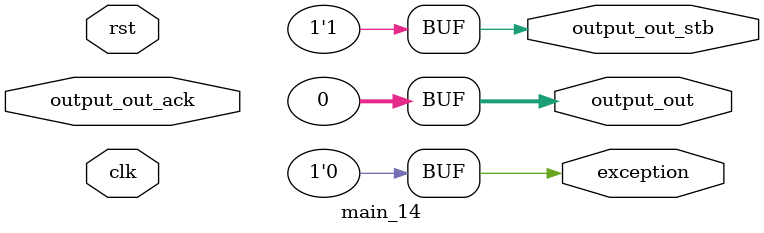
<source format=v>
module main_14 (output_out_ack,clk,rst,output_out,output_out_stb,exception);
  input output_out_ack;
  input clk;
  input rst;
  output [31:0] output_out;
  output output_out_stb;
  output exception;

  assign output_out = 0;
  assign output_out_stb = 1;
  assign exception = 0;
endmodule
</source>
